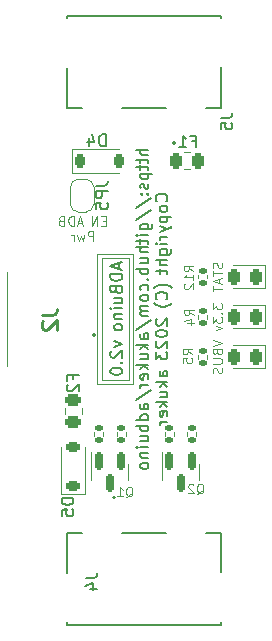
<source format=gbr>
%TF.GenerationSoftware,KiCad,Pcbnew,(7.0.0)*%
%TF.CreationDate,2023-03-17T13:32:38-05:00*%
%TF.ProjectId,adbuino,61646275-696e-46f2-9e6b-696361645f70,rev?*%
%TF.SameCoordinates,Original*%
%TF.FileFunction,Legend,Bot*%
%TF.FilePolarity,Positive*%
%FSLAX46Y46*%
G04 Gerber Fmt 4.6, Leading zero omitted, Abs format (unit mm)*
G04 Created by KiCad (PCBNEW (7.0.0)) date 2023-03-17 13:32:38*
%MOMM*%
%LPD*%
G01*
G04 APERTURE LIST*
G04 Aperture macros list*
%AMRoundRect*
0 Rectangle with rounded corners*
0 $1 Rounding radius*
0 $2 $3 $4 $5 $6 $7 $8 $9 X,Y pos of 4 corners*
0 Add a 4 corners polygon primitive as box body*
4,1,4,$2,$3,$4,$5,$6,$7,$8,$9,$2,$3,0*
0 Add four circle primitives for the rounded corners*
1,1,$1+$1,$2,$3*
1,1,$1+$1,$4,$5*
1,1,$1+$1,$6,$7*
1,1,$1+$1,$8,$9*
0 Add four rect primitives between the rounded corners*
20,1,$1+$1,$2,$3,$4,$5,0*
20,1,$1+$1,$4,$5,$6,$7,0*
20,1,$1+$1,$6,$7,$8,$9,0*
20,1,$1+$1,$8,$9,$2,$3,0*%
%AMFreePoly0*
4,1,19,0.500000,-0.750000,0.000000,-0.750000,0.000000,-0.744911,-0.071157,-0.744911,-0.207708,-0.704816,-0.327430,-0.627875,-0.420627,-0.520320,-0.479746,-0.390866,-0.500000,-0.250000,-0.500000,0.250000,-0.479746,0.390866,-0.420627,0.520320,-0.327430,0.627875,-0.207708,0.704816,-0.071157,0.744911,0.000000,0.744911,0.000000,0.750000,0.500000,0.750000,0.500000,-0.750000,0.500000,-0.750000,
$1*%
%AMFreePoly1*
4,1,19,0.000000,0.744911,0.071157,0.744911,0.207708,0.704816,0.327430,0.627875,0.420627,0.520320,0.479746,0.390866,0.500000,0.250000,0.500000,-0.250000,0.479746,-0.390866,0.420627,-0.520320,0.327430,-0.627875,0.207708,-0.704816,0.071157,-0.744911,0.000000,-0.744911,0.000000,-0.750000,-0.500000,-0.750000,-0.500000,0.750000,0.000000,0.750000,0.000000,0.744911,0.000000,0.744911,
$1*%
G04 Aperture macros list end*
%ADD10C,0.100000*%
%ADD11C,0.120000*%
%ADD12C,0.150000*%
%ADD13C,0.254000*%
%ADD14C,0.200000*%
%ADD15C,0.127000*%
%ADD16R,1.400000X0.400000*%
%ADD17C,2.000000*%
%ADD18C,0.001000*%
%ADD19FreePoly0,90.000000*%
%ADD20FreePoly1,90.000000*%
%ADD21O,1.800000X1.800000*%
%ADD22O,1.500000X1.500000*%
%ADD23O,1.700000X1.700000*%
%ADD24R,1.700000X1.700000*%
%ADD25RoundRect,0.135000X-0.185000X0.135000X-0.185000X-0.135000X0.185000X-0.135000X0.185000X0.135000X0*%
%ADD26RoundRect,0.243750X0.243750X0.456250X-0.243750X0.456250X-0.243750X-0.456250X0.243750X-0.456250X0*%
%ADD27R,0.900000X3.500000*%
%ADD28C,3.316000*%
%ADD29O,1.800000X3.600000*%
%ADD30RoundRect,0.150000X-0.150000X0.587500X-0.150000X-0.587500X0.150000X-0.587500X0.150000X0.587500X0*%
%ADD31RoundRect,0.243750X-0.456250X0.243750X-0.456250X-0.243750X0.456250X-0.243750X0.456250X0.243750X0*%
%ADD32RoundRect,0.225000X-0.225000X-0.375000X0.225000X-0.375000X0.225000X0.375000X-0.225000X0.375000X0*%
%ADD33RoundRect,0.225000X0.375000X-0.225000X0.375000X0.225000X-0.375000X0.225000X-0.375000X-0.225000X0*%
G04 APERTURE END LIST*
D10*
X20473332Y85289143D02*
X20206666Y85289143D01*
X20092380Y84870096D02*
X20473332Y84870096D01*
X20473332Y84870096D02*
X20473332Y85670096D01*
X20473332Y85670096D02*
X20092380Y85670096D01*
X19749522Y84870096D02*
X19749522Y85670096D01*
X19749522Y85670096D02*
X19292379Y84870096D01*
X19292379Y84870096D02*
X19292379Y85670096D01*
X18469523Y85098667D02*
X18088570Y85098667D01*
X18545713Y84870096D02*
X18279046Y85670096D01*
X18279046Y85670096D02*
X18012380Y84870096D01*
X17745713Y84870096D02*
X17745713Y85670096D01*
X17745713Y85670096D02*
X17555237Y85670096D01*
X17555237Y85670096D02*
X17440951Y85632000D01*
X17440951Y85632000D02*
X17364761Y85555810D01*
X17364761Y85555810D02*
X17326666Y85479620D01*
X17326666Y85479620D02*
X17288570Y85327239D01*
X17288570Y85327239D02*
X17288570Y85212953D01*
X17288570Y85212953D02*
X17326666Y85060572D01*
X17326666Y85060572D02*
X17364761Y84984381D01*
X17364761Y84984381D02*
X17440951Y84908191D01*
X17440951Y84908191D02*
X17555237Y84870096D01*
X17555237Y84870096D02*
X17745713Y84870096D01*
X16679047Y85289143D02*
X16564761Y85251048D01*
X16564761Y85251048D02*
X16526666Y85212953D01*
X16526666Y85212953D02*
X16488570Y85136762D01*
X16488570Y85136762D02*
X16488570Y85022477D01*
X16488570Y85022477D02*
X16526666Y84946286D01*
X16526666Y84946286D02*
X16564761Y84908191D01*
X16564761Y84908191D02*
X16640951Y84870096D01*
X16640951Y84870096D02*
X16945713Y84870096D01*
X16945713Y84870096D02*
X16945713Y85670096D01*
X16945713Y85670096D02*
X16679047Y85670096D01*
X16679047Y85670096D02*
X16602856Y85632000D01*
X16602856Y85632000D02*
X16564761Y85593905D01*
X16564761Y85593905D02*
X16526666Y85517715D01*
X16526666Y85517715D02*
X16526666Y85441524D01*
X16526666Y85441524D02*
X16564761Y85365334D01*
X16564761Y85365334D02*
X16602856Y85327239D01*
X16602856Y85327239D02*
X16679047Y85289143D01*
X16679047Y85289143D02*
X16945713Y85289143D01*
X19376189Y83574096D02*
X19376189Y84374096D01*
X19376189Y84374096D02*
X19071427Y84374096D01*
X19071427Y84374096D02*
X18995237Y84336000D01*
X18995237Y84336000D02*
X18957142Y84297905D01*
X18957142Y84297905D02*
X18919046Y84221715D01*
X18919046Y84221715D02*
X18919046Y84107429D01*
X18919046Y84107429D02*
X18957142Y84031239D01*
X18957142Y84031239D02*
X18995237Y83993143D01*
X18995237Y83993143D02*
X19071427Y83955048D01*
X19071427Y83955048D02*
X19376189Y83955048D01*
X18652380Y84107429D02*
X18499999Y83574096D01*
X18499999Y83574096D02*
X18347618Y83955048D01*
X18347618Y83955048D02*
X18195237Y83574096D01*
X18195237Y83574096D02*
X18042856Y84107429D01*
X17738094Y83574096D02*
X17738094Y84107429D01*
X17738094Y83955048D02*
X17699999Y84031239D01*
X17699999Y84031239D02*
X17661904Y84069334D01*
X17661904Y84069334D02*
X17585713Y84107429D01*
X17585713Y84107429D02*
X17509523Y84107429D01*
D11*
X19700000Y82450000D02*
X22800000Y82450000D01*
X22800000Y82450000D02*
X22800000Y71450000D01*
X22800000Y71450000D02*
X19700000Y71450000D01*
X19700000Y71450000D02*
X19700000Y82450000D01*
X20100000Y82100000D02*
X22400000Y82100000D01*
X22400000Y82100000D02*
X22400000Y71800000D01*
X22400000Y71800000D02*
X20100000Y71800000D01*
X20100000Y71800000D02*
X20100000Y82100000D01*
D10*
X29506404Y75219167D02*
X30306404Y74952500D01*
X30306404Y74952500D02*
X29506404Y74685834D01*
X29887357Y74152501D02*
X29925452Y74038215D01*
X29925452Y74038215D02*
X29963547Y74000120D01*
X29963547Y74000120D02*
X30039738Y73962024D01*
X30039738Y73962024D02*
X30154023Y73962024D01*
X30154023Y73962024D02*
X30230214Y74000120D01*
X30230214Y74000120D02*
X30268309Y74038215D01*
X30268309Y74038215D02*
X30306404Y74114405D01*
X30306404Y74114405D02*
X30306404Y74419167D01*
X30306404Y74419167D02*
X29506404Y74419167D01*
X29506404Y74419167D02*
X29506404Y74152501D01*
X29506404Y74152501D02*
X29544500Y74076310D01*
X29544500Y74076310D02*
X29582595Y74038215D01*
X29582595Y74038215D02*
X29658785Y74000120D01*
X29658785Y74000120D02*
X29734976Y74000120D01*
X29734976Y74000120D02*
X29811166Y74038215D01*
X29811166Y74038215D02*
X29849261Y74076310D01*
X29849261Y74076310D02*
X29887357Y74152501D01*
X29887357Y74152501D02*
X29887357Y74419167D01*
X29506404Y73619167D02*
X30154023Y73619167D01*
X30154023Y73619167D02*
X30230214Y73581072D01*
X30230214Y73581072D02*
X30268309Y73542977D01*
X30268309Y73542977D02*
X30306404Y73466786D01*
X30306404Y73466786D02*
X30306404Y73314405D01*
X30306404Y73314405D02*
X30268309Y73238215D01*
X30268309Y73238215D02*
X30230214Y73200120D01*
X30230214Y73200120D02*
X30154023Y73162024D01*
X30154023Y73162024D02*
X29506404Y73162024D01*
X30268309Y72819168D02*
X30306404Y72704882D01*
X30306404Y72704882D02*
X30306404Y72514406D01*
X30306404Y72514406D02*
X30268309Y72438215D01*
X30268309Y72438215D02*
X30230214Y72400120D01*
X30230214Y72400120D02*
X30154023Y72362025D01*
X30154023Y72362025D02*
X30077833Y72362025D01*
X30077833Y72362025D02*
X30001642Y72400120D01*
X30001642Y72400120D02*
X29963547Y72438215D01*
X29963547Y72438215D02*
X29925452Y72514406D01*
X29925452Y72514406D02*
X29887357Y72666787D01*
X29887357Y72666787D02*
X29849261Y72742977D01*
X29849261Y72742977D02*
X29811166Y72781072D01*
X29811166Y72781072D02*
X29734976Y72819168D01*
X29734976Y72819168D02*
X29658785Y72819168D01*
X29658785Y72819168D02*
X29582595Y72781072D01*
X29582595Y72781072D02*
X29544500Y72742977D01*
X29544500Y72742977D02*
X29506404Y72666787D01*
X29506404Y72666787D02*
X29506404Y72476310D01*
X29506404Y72476310D02*
X29544500Y72362025D01*
X30268309Y81730952D02*
X30306404Y81616666D01*
X30306404Y81616666D02*
X30306404Y81426190D01*
X30306404Y81426190D02*
X30268309Y81349999D01*
X30268309Y81349999D02*
X30230214Y81311904D01*
X30230214Y81311904D02*
X30154023Y81273809D01*
X30154023Y81273809D02*
X30077833Y81273809D01*
X30077833Y81273809D02*
X30001642Y81311904D01*
X30001642Y81311904D02*
X29963547Y81349999D01*
X29963547Y81349999D02*
X29925452Y81426190D01*
X29925452Y81426190D02*
X29887357Y81578571D01*
X29887357Y81578571D02*
X29849261Y81654761D01*
X29849261Y81654761D02*
X29811166Y81692856D01*
X29811166Y81692856D02*
X29734976Y81730952D01*
X29734976Y81730952D02*
X29658785Y81730952D01*
X29658785Y81730952D02*
X29582595Y81692856D01*
X29582595Y81692856D02*
X29544500Y81654761D01*
X29544500Y81654761D02*
X29506404Y81578571D01*
X29506404Y81578571D02*
X29506404Y81388094D01*
X29506404Y81388094D02*
X29544500Y81273809D01*
X29506404Y81045237D02*
X29506404Y80588094D01*
X30306404Y80816666D02*
X29506404Y80816666D01*
X30077833Y80359523D02*
X30077833Y79978570D01*
X30306404Y80435713D02*
X29506404Y80169046D01*
X29506404Y80169046D02*
X30306404Y79902380D01*
X29506404Y79749999D02*
X29506404Y79292856D01*
X30306404Y79521428D02*
X29506404Y79521428D01*
D12*
X21558666Y81656762D02*
X21558666Y81180572D01*
X21844380Y81752000D02*
X20844380Y81418667D01*
X20844380Y81418667D02*
X21844380Y81085334D01*
X21844380Y80752000D02*
X20844380Y80752000D01*
X20844380Y80752000D02*
X20844380Y80513905D01*
X20844380Y80513905D02*
X20892000Y80371048D01*
X20892000Y80371048D02*
X20987238Y80275810D01*
X20987238Y80275810D02*
X21082476Y80228191D01*
X21082476Y80228191D02*
X21272952Y80180572D01*
X21272952Y80180572D02*
X21415809Y80180572D01*
X21415809Y80180572D02*
X21606285Y80228191D01*
X21606285Y80228191D02*
X21701523Y80275810D01*
X21701523Y80275810D02*
X21796761Y80371048D01*
X21796761Y80371048D02*
X21844380Y80513905D01*
X21844380Y80513905D02*
X21844380Y80752000D01*
X21320571Y79418667D02*
X21368190Y79275810D01*
X21368190Y79275810D02*
X21415809Y79228191D01*
X21415809Y79228191D02*
X21511047Y79180572D01*
X21511047Y79180572D02*
X21653904Y79180572D01*
X21653904Y79180572D02*
X21749142Y79228191D01*
X21749142Y79228191D02*
X21796761Y79275810D01*
X21796761Y79275810D02*
X21844380Y79371048D01*
X21844380Y79371048D02*
X21844380Y79752000D01*
X21844380Y79752000D02*
X20844380Y79752000D01*
X20844380Y79752000D02*
X20844380Y79418667D01*
X20844380Y79418667D02*
X20892000Y79323429D01*
X20892000Y79323429D02*
X20939619Y79275810D01*
X20939619Y79275810D02*
X21034857Y79228191D01*
X21034857Y79228191D02*
X21130095Y79228191D01*
X21130095Y79228191D02*
X21225333Y79275810D01*
X21225333Y79275810D02*
X21272952Y79323429D01*
X21272952Y79323429D02*
X21320571Y79418667D01*
X21320571Y79418667D02*
X21320571Y79752000D01*
X21177714Y78323429D02*
X21844380Y78323429D01*
X21177714Y78752000D02*
X21701523Y78752000D01*
X21701523Y78752000D02*
X21796761Y78704381D01*
X21796761Y78704381D02*
X21844380Y78609143D01*
X21844380Y78609143D02*
X21844380Y78466286D01*
X21844380Y78466286D02*
X21796761Y78371048D01*
X21796761Y78371048D02*
X21749142Y78323429D01*
X21844380Y77847238D02*
X21177714Y77847238D01*
X20844380Y77847238D02*
X20892000Y77894857D01*
X20892000Y77894857D02*
X20939619Y77847238D01*
X20939619Y77847238D02*
X20892000Y77799619D01*
X20892000Y77799619D02*
X20844380Y77847238D01*
X20844380Y77847238D02*
X20939619Y77847238D01*
X21177714Y77371048D02*
X21844380Y77371048D01*
X21272952Y77371048D02*
X21225333Y77323429D01*
X21225333Y77323429D02*
X21177714Y77228191D01*
X21177714Y77228191D02*
X21177714Y77085334D01*
X21177714Y77085334D02*
X21225333Y76990096D01*
X21225333Y76990096D02*
X21320571Y76942477D01*
X21320571Y76942477D02*
X21844380Y76942477D01*
X21844380Y76323429D02*
X21796761Y76418667D01*
X21796761Y76418667D02*
X21749142Y76466286D01*
X21749142Y76466286D02*
X21653904Y76513905D01*
X21653904Y76513905D02*
X21368190Y76513905D01*
X21368190Y76513905D02*
X21272952Y76466286D01*
X21272952Y76466286D02*
X21225333Y76418667D01*
X21225333Y76418667D02*
X21177714Y76323429D01*
X21177714Y76323429D02*
X21177714Y76180572D01*
X21177714Y76180572D02*
X21225333Y76085334D01*
X21225333Y76085334D02*
X21272952Y76037715D01*
X21272952Y76037715D02*
X21368190Y75990096D01*
X21368190Y75990096D02*
X21653904Y75990096D01*
X21653904Y75990096D02*
X21749142Y76037715D01*
X21749142Y76037715D02*
X21796761Y76085334D01*
X21796761Y76085334D02*
X21844380Y76180572D01*
X21844380Y76180572D02*
X21844380Y76323429D01*
X21177714Y75056762D02*
X21844380Y74818667D01*
X21844380Y74818667D02*
X21177714Y74580572D01*
X20939619Y74247238D02*
X20892000Y74199619D01*
X20892000Y74199619D02*
X20844380Y74104381D01*
X20844380Y74104381D02*
X20844380Y73866286D01*
X20844380Y73866286D02*
X20892000Y73771048D01*
X20892000Y73771048D02*
X20939619Y73723429D01*
X20939619Y73723429D02*
X21034857Y73675810D01*
X21034857Y73675810D02*
X21130095Y73675810D01*
X21130095Y73675810D02*
X21272952Y73723429D01*
X21272952Y73723429D02*
X21844380Y74294857D01*
X21844380Y74294857D02*
X21844380Y73675810D01*
X21749142Y73247238D02*
X21796761Y73199619D01*
X21796761Y73199619D02*
X21844380Y73247238D01*
X21844380Y73247238D02*
X21796761Y73294857D01*
X21796761Y73294857D02*
X21749142Y73247238D01*
X21749142Y73247238D02*
X21844380Y73247238D01*
X20844380Y72580572D02*
X20844380Y72485334D01*
X20844380Y72485334D02*
X20892000Y72390096D01*
X20892000Y72390096D02*
X20939619Y72342477D01*
X20939619Y72342477D02*
X21034857Y72294858D01*
X21034857Y72294858D02*
X21225333Y72247239D01*
X21225333Y72247239D02*
X21463428Y72247239D01*
X21463428Y72247239D02*
X21653904Y72294858D01*
X21653904Y72294858D02*
X21749142Y72342477D01*
X21749142Y72342477D02*
X21796761Y72390096D01*
X21796761Y72390096D02*
X21844380Y72485334D01*
X21844380Y72485334D02*
X21844380Y72580572D01*
X21844380Y72580572D02*
X21796761Y72675810D01*
X21796761Y72675810D02*
X21749142Y72723429D01*
X21749142Y72723429D02*
X21653904Y72771048D01*
X21653904Y72771048D02*
X21463428Y72818667D01*
X21463428Y72818667D02*
X21225333Y72818667D01*
X21225333Y72818667D02*
X21034857Y72771048D01*
X21034857Y72771048D02*
X20939619Y72723429D01*
X20939619Y72723429D02*
X20892000Y72675810D01*
X20892000Y72675810D02*
X20844380Y72580572D01*
D10*
X29506404Y78294108D02*
X29506404Y77798870D01*
X29506404Y77798870D02*
X29811166Y78065536D01*
X29811166Y78065536D02*
X29811166Y77951251D01*
X29811166Y77951251D02*
X29849261Y77875060D01*
X29849261Y77875060D02*
X29887357Y77836965D01*
X29887357Y77836965D02*
X29963547Y77798870D01*
X29963547Y77798870D02*
X30154023Y77798870D01*
X30154023Y77798870D02*
X30230214Y77836965D01*
X30230214Y77836965D02*
X30268309Y77875060D01*
X30268309Y77875060D02*
X30306404Y77951251D01*
X30306404Y77951251D02*
X30306404Y78179822D01*
X30306404Y78179822D02*
X30268309Y78256013D01*
X30268309Y78256013D02*
X30230214Y78294108D01*
X30230214Y77456012D02*
X30268309Y77417917D01*
X30268309Y77417917D02*
X30306404Y77456012D01*
X30306404Y77456012D02*
X30268309Y77494108D01*
X30268309Y77494108D02*
X30230214Y77456012D01*
X30230214Y77456012D02*
X30306404Y77456012D01*
X29506404Y77151251D02*
X29506404Y76656013D01*
X29506404Y76656013D02*
X29811166Y76922679D01*
X29811166Y76922679D02*
X29811166Y76808394D01*
X29811166Y76808394D02*
X29849261Y76732203D01*
X29849261Y76732203D02*
X29887357Y76694108D01*
X29887357Y76694108D02*
X29963547Y76656013D01*
X29963547Y76656013D02*
X30154023Y76656013D01*
X30154023Y76656013D02*
X30230214Y76694108D01*
X30230214Y76694108D02*
X30268309Y76732203D01*
X30268309Y76732203D02*
X30306404Y76808394D01*
X30306404Y76808394D02*
X30306404Y77036965D01*
X30306404Y77036965D02*
X30268309Y77113156D01*
X30268309Y77113156D02*
X30230214Y77151251D01*
X29773071Y76389346D02*
X30306404Y76198870D01*
X30306404Y76198870D02*
X29773071Y76008393D01*
D12*
X24057380Y91300001D02*
X23057380Y91300001D01*
X24057380Y90871430D02*
X23533571Y90871430D01*
X23533571Y90871430D02*
X23438333Y90919049D01*
X23438333Y90919049D02*
X23390714Y91014287D01*
X23390714Y91014287D02*
X23390714Y91157144D01*
X23390714Y91157144D02*
X23438333Y91252382D01*
X23438333Y91252382D02*
X23485952Y91300001D01*
X23390714Y90538096D02*
X23390714Y90157144D01*
X23057380Y90395239D02*
X23914523Y90395239D01*
X23914523Y90395239D02*
X24009761Y90347620D01*
X24009761Y90347620D02*
X24057380Y90252382D01*
X24057380Y90252382D02*
X24057380Y90157144D01*
X23390714Y89966667D02*
X23390714Y89585715D01*
X23057380Y89823810D02*
X23914523Y89823810D01*
X23914523Y89823810D02*
X24009761Y89776191D01*
X24009761Y89776191D02*
X24057380Y89680953D01*
X24057380Y89680953D02*
X24057380Y89585715D01*
X23390714Y89252381D02*
X24390714Y89252381D01*
X23438333Y89252381D02*
X23390714Y89157143D01*
X23390714Y89157143D02*
X23390714Y88966667D01*
X23390714Y88966667D02*
X23438333Y88871429D01*
X23438333Y88871429D02*
X23485952Y88823810D01*
X23485952Y88823810D02*
X23581190Y88776191D01*
X23581190Y88776191D02*
X23866904Y88776191D01*
X23866904Y88776191D02*
X23962142Y88823810D01*
X23962142Y88823810D02*
X24009761Y88871429D01*
X24009761Y88871429D02*
X24057380Y88966667D01*
X24057380Y88966667D02*
X24057380Y89157143D01*
X24057380Y89157143D02*
X24009761Y89252381D01*
X24009761Y88395238D02*
X24057380Y88300000D01*
X24057380Y88300000D02*
X24057380Y88109524D01*
X24057380Y88109524D02*
X24009761Y88014286D01*
X24009761Y88014286D02*
X23914523Y87966667D01*
X23914523Y87966667D02*
X23866904Y87966667D01*
X23866904Y87966667D02*
X23771666Y88014286D01*
X23771666Y88014286D02*
X23724047Y88109524D01*
X23724047Y88109524D02*
X23724047Y88252381D01*
X23724047Y88252381D02*
X23676428Y88347619D01*
X23676428Y88347619D02*
X23581190Y88395238D01*
X23581190Y88395238D02*
X23533571Y88395238D01*
X23533571Y88395238D02*
X23438333Y88347619D01*
X23438333Y88347619D02*
X23390714Y88252381D01*
X23390714Y88252381D02*
X23390714Y88109524D01*
X23390714Y88109524D02*
X23438333Y88014286D01*
X23962142Y87538095D02*
X24009761Y87490476D01*
X24009761Y87490476D02*
X24057380Y87538095D01*
X24057380Y87538095D02*
X24009761Y87585714D01*
X24009761Y87585714D02*
X23962142Y87538095D01*
X23962142Y87538095D02*
X24057380Y87538095D01*
X23438333Y87538095D02*
X23485952Y87490476D01*
X23485952Y87490476D02*
X23533571Y87538095D01*
X23533571Y87538095D02*
X23485952Y87585714D01*
X23485952Y87585714D02*
X23438333Y87538095D01*
X23438333Y87538095D02*
X23533571Y87538095D01*
X23009761Y86347620D02*
X24295476Y87204762D01*
X23009761Y85300001D02*
X24295476Y86157143D01*
X23390714Y84538096D02*
X24200238Y84538096D01*
X24200238Y84538096D02*
X24295476Y84585715D01*
X24295476Y84585715D02*
X24343095Y84633334D01*
X24343095Y84633334D02*
X24390714Y84728572D01*
X24390714Y84728572D02*
X24390714Y84871429D01*
X24390714Y84871429D02*
X24343095Y84966667D01*
X24009761Y84538096D02*
X24057380Y84633334D01*
X24057380Y84633334D02*
X24057380Y84823810D01*
X24057380Y84823810D02*
X24009761Y84919048D01*
X24009761Y84919048D02*
X23962142Y84966667D01*
X23962142Y84966667D02*
X23866904Y85014286D01*
X23866904Y85014286D02*
X23581190Y85014286D01*
X23581190Y85014286D02*
X23485952Y84966667D01*
X23485952Y84966667D02*
X23438333Y84919048D01*
X23438333Y84919048D02*
X23390714Y84823810D01*
X23390714Y84823810D02*
X23390714Y84633334D01*
X23390714Y84633334D02*
X23438333Y84538096D01*
X24057380Y84061905D02*
X23390714Y84061905D01*
X23057380Y84061905D02*
X23105000Y84109524D01*
X23105000Y84109524D02*
X23152619Y84061905D01*
X23152619Y84061905D02*
X23105000Y84014286D01*
X23105000Y84014286D02*
X23057380Y84061905D01*
X23057380Y84061905D02*
X23152619Y84061905D01*
X23390714Y83728572D02*
X23390714Y83347620D01*
X23057380Y83585715D02*
X23914523Y83585715D01*
X23914523Y83585715D02*
X24009761Y83538096D01*
X24009761Y83538096D02*
X24057380Y83442858D01*
X24057380Y83442858D02*
X24057380Y83347620D01*
X24057380Y83014286D02*
X23057380Y83014286D01*
X24057380Y82585715D02*
X23533571Y82585715D01*
X23533571Y82585715D02*
X23438333Y82633334D01*
X23438333Y82633334D02*
X23390714Y82728572D01*
X23390714Y82728572D02*
X23390714Y82871429D01*
X23390714Y82871429D02*
X23438333Y82966667D01*
X23438333Y82966667D02*
X23485952Y83014286D01*
X23390714Y81680953D02*
X24057380Y81680953D01*
X23390714Y82109524D02*
X23914523Y82109524D01*
X23914523Y82109524D02*
X24009761Y82061905D01*
X24009761Y82061905D02*
X24057380Y81966667D01*
X24057380Y81966667D02*
X24057380Y81823810D01*
X24057380Y81823810D02*
X24009761Y81728572D01*
X24009761Y81728572D02*
X23962142Y81680953D01*
X24057380Y81204762D02*
X23057380Y81204762D01*
X23438333Y81204762D02*
X23390714Y81109524D01*
X23390714Y81109524D02*
X23390714Y80919048D01*
X23390714Y80919048D02*
X23438333Y80823810D01*
X23438333Y80823810D02*
X23485952Y80776191D01*
X23485952Y80776191D02*
X23581190Y80728572D01*
X23581190Y80728572D02*
X23866904Y80728572D01*
X23866904Y80728572D02*
X23962142Y80776191D01*
X23962142Y80776191D02*
X24009761Y80823810D01*
X24009761Y80823810D02*
X24057380Y80919048D01*
X24057380Y80919048D02*
X24057380Y81109524D01*
X24057380Y81109524D02*
X24009761Y81204762D01*
X23962142Y80300000D02*
X24009761Y80252381D01*
X24009761Y80252381D02*
X24057380Y80300000D01*
X24057380Y80300000D02*
X24009761Y80347619D01*
X24009761Y80347619D02*
X23962142Y80300000D01*
X23962142Y80300000D02*
X24057380Y80300000D01*
X24009761Y79395239D02*
X24057380Y79490477D01*
X24057380Y79490477D02*
X24057380Y79680953D01*
X24057380Y79680953D02*
X24009761Y79776191D01*
X24009761Y79776191D02*
X23962142Y79823810D01*
X23962142Y79823810D02*
X23866904Y79871429D01*
X23866904Y79871429D02*
X23581190Y79871429D01*
X23581190Y79871429D02*
X23485952Y79823810D01*
X23485952Y79823810D02*
X23438333Y79776191D01*
X23438333Y79776191D02*
X23390714Y79680953D01*
X23390714Y79680953D02*
X23390714Y79490477D01*
X23390714Y79490477D02*
X23438333Y79395239D01*
X24057380Y78823810D02*
X24009761Y78919048D01*
X24009761Y78919048D02*
X23962142Y78966667D01*
X23962142Y78966667D02*
X23866904Y79014286D01*
X23866904Y79014286D02*
X23581190Y79014286D01*
X23581190Y79014286D02*
X23485952Y78966667D01*
X23485952Y78966667D02*
X23438333Y78919048D01*
X23438333Y78919048D02*
X23390714Y78823810D01*
X23390714Y78823810D02*
X23390714Y78680953D01*
X23390714Y78680953D02*
X23438333Y78585715D01*
X23438333Y78585715D02*
X23485952Y78538096D01*
X23485952Y78538096D02*
X23581190Y78490477D01*
X23581190Y78490477D02*
X23866904Y78490477D01*
X23866904Y78490477D02*
X23962142Y78538096D01*
X23962142Y78538096D02*
X24009761Y78585715D01*
X24009761Y78585715D02*
X24057380Y78680953D01*
X24057380Y78680953D02*
X24057380Y78823810D01*
X24057380Y78061905D02*
X23390714Y78061905D01*
X23485952Y78061905D02*
X23438333Y78014286D01*
X23438333Y78014286D02*
X23390714Y77919048D01*
X23390714Y77919048D02*
X23390714Y77776191D01*
X23390714Y77776191D02*
X23438333Y77680953D01*
X23438333Y77680953D02*
X23533571Y77633334D01*
X23533571Y77633334D02*
X24057380Y77633334D01*
X23533571Y77633334D02*
X23438333Y77585715D01*
X23438333Y77585715D02*
X23390714Y77490477D01*
X23390714Y77490477D02*
X23390714Y77347620D01*
X23390714Y77347620D02*
X23438333Y77252381D01*
X23438333Y77252381D02*
X23533571Y77204762D01*
X23533571Y77204762D02*
X24057380Y77204762D01*
X23009761Y76014287D02*
X24295476Y76871429D01*
X24057380Y75252382D02*
X23533571Y75252382D01*
X23533571Y75252382D02*
X23438333Y75300001D01*
X23438333Y75300001D02*
X23390714Y75395239D01*
X23390714Y75395239D02*
X23390714Y75585715D01*
X23390714Y75585715D02*
X23438333Y75680953D01*
X24009761Y75252382D02*
X24057380Y75347620D01*
X24057380Y75347620D02*
X24057380Y75585715D01*
X24057380Y75585715D02*
X24009761Y75680953D01*
X24009761Y75680953D02*
X23914523Y75728572D01*
X23914523Y75728572D02*
X23819285Y75728572D01*
X23819285Y75728572D02*
X23724047Y75680953D01*
X23724047Y75680953D02*
X23676428Y75585715D01*
X23676428Y75585715D02*
X23676428Y75347620D01*
X23676428Y75347620D02*
X23628809Y75252382D01*
X24057380Y74776191D02*
X23057380Y74776191D01*
X23676428Y74680953D02*
X24057380Y74395239D01*
X23390714Y74395239D02*
X23771666Y74776191D01*
X23390714Y73538096D02*
X24057380Y73538096D01*
X23390714Y73966667D02*
X23914523Y73966667D01*
X23914523Y73966667D02*
X24009761Y73919048D01*
X24009761Y73919048D02*
X24057380Y73823810D01*
X24057380Y73823810D02*
X24057380Y73680953D01*
X24057380Y73680953D02*
X24009761Y73585715D01*
X24009761Y73585715D02*
X23962142Y73538096D01*
X24057380Y73061905D02*
X23057380Y73061905D01*
X23676428Y72966667D02*
X24057380Y72680953D01*
X23390714Y72680953D02*
X23771666Y73061905D01*
X24009761Y71871429D02*
X24057380Y71966667D01*
X24057380Y71966667D02*
X24057380Y72157143D01*
X24057380Y72157143D02*
X24009761Y72252381D01*
X24009761Y72252381D02*
X23914523Y72300000D01*
X23914523Y72300000D02*
X23533571Y72300000D01*
X23533571Y72300000D02*
X23438333Y72252381D01*
X23438333Y72252381D02*
X23390714Y72157143D01*
X23390714Y72157143D02*
X23390714Y71966667D01*
X23390714Y71966667D02*
X23438333Y71871429D01*
X23438333Y71871429D02*
X23533571Y71823810D01*
X23533571Y71823810D02*
X23628809Y71823810D01*
X23628809Y71823810D02*
X23724047Y72300000D01*
X24057380Y71395238D02*
X23390714Y71395238D01*
X23581190Y71395238D02*
X23485952Y71347619D01*
X23485952Y71347619D02*
X23438333Y71300000D01*
X23438333Y71300000D02*
X23390714Y71204762D01*
X23390714Y71204762D02*
X23390714Y71109524D01*
X23009761Y70061905D02*
X24295476Y70919047D01*
X24057380Y69300000D02*
X23533571Y69300000D01*
X23533571Y69300000D02*
X23438333Y69347619D01*
X23438333Y69347619D02*
X23390714Y69442857D01*
X23390714Y69442857D02*
X23390714Y69633333D01*
X23390714Y69633333D02*
X23438333Y69728571D01*
X24009761Y69300000D02*
X24057380Y69395238D01*
X24057380Y69395238D02*
X24057380Y69633333D01*
X24057380Y69633333D02*
X24009761Y69728571D01*
X24009761Y69728571D02*
X23914523Y69776190D01*
X23914523Y69776190D02*
X23819285Y69776190D01*
X23819285Y69776190D02*
X23724047Y69728571D01*
X23724047Y69728571D02*
X23676428Y69633333D01*
X23676428Y69633333D02*
X23676428Y69395238D01*
X23676428Y69395238D02*
X23628809Y69300000D01*
X24057380Y68395238D02*
X23057380Y68395238D01*
X24009761Y68395238D02*
X24057380Y68490476D01*
X24057380Y68490476D02*
X24057380Y68680952D01*
X24057380Y68680952D02*
X24009761Y68776190D01*
X24009761Y68776190D02*
X23962142Y68823809D01*
X23962142Y68823809D02*
X23866904Y68871428D01*
X23866904Y68871428D02*
X23581190Y68871428D01*
X23581190Y68871428D02*
X23485952Y68823809D01*
X23485952Y68823809D02*
X23438333Y68776190D01*
X23438333Y68776190D02*
X23390714Y68680952D01*
X23390714Y68680952D02*
X23390714Y68490476D01*
X23390714Y68490476D02*
X23438333Y68395238D01*
X24057380Y67919047D02*
X23057380Y67919047D01*
X23438333Y67919047D02*
X23390714Y67823809D01*
X23390714Y67823809D02*
X23390714Y67633333D01*
X23390714Y67633333D02*
X23438333Y67538095D01*
X23438333Y67538095D02*
X23485952Y67490476D01*
X23485952Y67490476D02*
X23581190Y67442857D01*
X23581190Y67442857D02*
X23866904Y67442857D01*
X23866904Y67442857D02*
X23962142Y67490476D01*
X23962142Y67490476D02*
X24009761Y67538095D01*
X24009761Y67538095D02*
X24057380Y67633333D01*
X24057380Y67633333D02*
X24057380Y67823809D01*
X24057380Y67823809D02*
X24009761Y67919047D01*
X23390714Y66585714D02*
X24057380Y66585714D01*
X23390714Y67014285D02*
X23914523Y67014285D01*
X23914523Y67014285D02*
X24009761Y66966666D01*
X24009761Y66966666D02*
X24057380Y66871428D01*
X24057380Y66871428D02*
X24057380Y66728571D01*
X24057380Y66728571D02*
X24009761Y66633333D01*
X24009761Y66633333D02*
X23962142Y66585714D01*
X24057380Y66109523D02*
X23390714Y66109523D01*
X23057380Y66109523D02*
X23105000Y66157142D01*
X23105000Y66157142D02*
X23152619Y66109523D01*
X23152619Y66109523D02*
X23105000Y66061904D01*
X23105000Y66061904D02*
X23057380Y66109523D01*
X23057380Y66109523D02*
X23152619Y66109523D01*
X23390714Y65633333D02*
X24057380Y65633333D01*
X23485952Y65633333D02*
X23438333Y65585714D01*
X23438333Y65585714D02*
X23390714Y65490476D01*
X23390714Y65490476D02*
X23390714Y65347619D01*
X23390714Y65347619D02*
X23438333Y65252381D01*
X23438333Y65252381D02*
X23533571Y65204762D01*
X23533571Y65204762D02*
X24057380Y65204762D01*
X24057380Y64585714D02*
X24009761Y64680952D01*
X24009761Y64680952D02*
X23962142Y64728571D01*
X23962142Y64728571D02*
X23866904Y64776190D01*
X23866904Y64776190D02*
X23581190Y64776190D01*
X23581190Y64776190D02*
X23485952Y64728571D01*
X23485952Y64728571D02*
X23438333Y64680952D01*
X23438333Y64680952D02*
X23390714Y64585714D01*
X23390714Y64585714D02*
X23390714Y64442857D01*
X23390714Y64442857D02*
X23438333Y64347619D01*
X23438333Y64347619D02*
X23485952Y64300000D01*
X23485952Y64300000D02*
X23581190Y64252381D01*
X23581190Y64252381D02*
X23866904Y64252381D01*
X23866904Y64252381D02*
X23962142Y64300000D01*
X23962142Y64300000D02*
X24009761Y64347619D01*
X24009761Y64347619D02*
X24057380Y64442857D01*
X24057380Y64442857D02*
X24057380Y64585714D01*
X25582142Y86938097D02*
X25629761Y86985716D01*
X25629761Y86985716D02*
X25677380Y87128573D01*
X25677380Y87128573D02*
X25677380Y87223811D01*
X25677380Y87223811D02*
X25629761Y87366668D01*
X25629761Y87366668D02*
X25534523Y87461906D01*
X25534523Y87461906D02*
X25439285Y87509525D01*
X25439285Y87509525D02*
X25248809Y87557144D01*
X25248809Y87557144D02*
X25105952Y87557144D01*
X25105952Y87557144D02*
X24915476Y87509525D01*
X24915476Y87509525D02*
X24820238Y87461906D01*
X24820238Y87461906D02*
X24725000Y87366668D01*
X24725000Y87366668D02*
X24677380Y87223811D01*
X24677380Y87223811D02*
X24677380Y87128573D01*
X24677380Y87128573D02*
X24725000Y86985716D01*
X24725000Y86985716D02*
X24772619Y86938097D01*
X25677380Y86366668D02*
X25629761Y86461906D01*
X25629761Y86461906D02*
X25582142Y86509525D01*
X25582142Y86509525D02*
X25486904Y86557144D01*
X25486904Y86557144D02*
X25201190Y86557144D01*
X25201190Y86557144D02*
X25105952Y86509525D01*
X25105952Y86509525D02*
X25058333Y86461906D01*
X25058333Y86461906D02*
X25010714Y86366668D01*
X25010714Y86366668D02*
X25010714Y86223811D01*
X25010714Y86223811D02*
X25058333Y86128573D01*
X25058333Y86128573D02*
X25105952Y86080954D01*
X25105952Y86080954D02*
X25201190Y86033335D01*
X25201190Y86033335D02*
X25486904Y86033335D01*
X25486904Y86033335D02*
X25582142Y86080954D01*
X25582142Y86080954D02*
X25629761Y86128573D01*
X25629761Y86128573D02*
X25677380Y86223811D01*
X25677380Y86223811D02*
X25677380Y86366668D01*
X25010714Y85604763D02*
X26010714Y85604763D01*
X25058333Y85604763D02*
X25010714Y85509525D01*
X25010714Y85509525D02*
X25010714Y85319049D01*
X25010714Y85319049D02*
X25058333Y85223811D01*
X25058333Y85223811D02*
X25105952Y85176192D01*
X25105952Y85176192D02*
X25201190Y85128573D01*
X25201190Y85128573D02*
X25486904Y85128573D01*
X25486904Y85128573D02*
X25582142Y85176192D01*
X25582142Y85176192D02*
X25629761Y85223811D01*
X25629761Y85223811D02*
X25677380Y85319049D01*
X25677380Y85319049D02*
X25677380Y85509525D01*
X25677380Y85509525D02*
X25629761Y85604763D01*
X25010714Y84795239D02*
X25677380Y84557144D01*
X25010714Y84319049D02*
X25677380Y84557144D01*
X25677380Y84557144D02*
X25915476Y84652382D01*
X25915476Y84652382D02*
X25963095Y84700001D01*
X25963095Y84700001D02*
X26010714Y84795239D01*
X25677380Y83938096D02*
X25010714Y83938096D01*
X25201190Y83938096D02*
X25105952Y83890477D01*
X25105952Y83890477D02*
X25058333Y83842858D01*
X25058333Y83842858D02*
X25010714Y83747620D01*
X25010714Y83747620D02*
X25010714Y83652382D01*
X25677380Y83319048D02*
X25010714Y83319048D01*
X24677380Y83319048D02*
X24725000Y83366667D01*
X24725000Y83366667D02*
X24772619Y83319048D01*
X24772619Y83319048D02*
X24725000Y83271429D01*
X24725000Y83271429D02*
X24677380Y83319048D01*
X24677380Y83319048D02*
X24772619Y83319048D01*
X25010714Y82414287D02*
X25820238Y82414287D01*
X25820238Y82414287D02*
X25915476Y82461906D01*
X25915476Y82461906D02*
X25963095Y82509525D01*
X25963095Y82509525D02*
X26010714Y82604763D01*
X26010714Y82604763D02*
X26010714Y82747620D01*
X26010714Y82747620D02*
X25963095Y82842858D01*
X25629761Y82414287D02*
X25677380Y82509525D01*
X25677380Y82509525D02*
X25677380Y82700001D01*
X25677380Y82700001D02*
X25629761Y82795239D01*
X25629761Y82795239D02*
X25582142Y82842858D01*
X25582142Y82842858D02*
X25486904Y82890477D01*
X25486904Y82890477D02*
X25201190Y82890477D01*
X25201190Y82890477D02*
X25105952Y82842858D01*
X25105952Y82842858D02*
X25058333Y82795239D01*
X25058333Y82795239D02*
X25010714Y82700001D01*
X25010714Y82700001D02*
X25010714Y82509525D01*
X25010714Y82509525D02*
X25058333Y82414287D01*
X25677380Y81938096D02*
X24677380Y81938096D01*
X25677380Y81509525D02*
X25153571Y81509525D01*
X25153571Y81509525D02*
X25058333Y81557144D01*
X25058333Y81557144D02*
X25010714Y81652382D01*
X25010714Y81652382D02*
X25010714Y81795239D01*
X25010714Y81795239D02*
X25058333Y81890477D01*
X25058333Y81890477D02*
X25105952Y81938096D01*
X25010714Y81176191D02*
X25010714Y80795239D01*
X24677380Y81033334D02*
X25534523Y81033334D01*
X25534523Y81033334D02*
X25629761Y80985715D01*
X25629761Y80985715D02*
X25677380Y80890477D01*
X25677380Y80890477D02*
X25677380Y80795239D01*
X26058333Y79576191D02*
X26010714Y79623810D01*
X26010714Y79623810D02*
X25867857Y79719048D01*
X25867857Y79719048D02*
X25772619Y79766667D01*
X25772619Y79766667D02*
X25629761Y79814286D01*
X25629761Y79814286D02*
X25391666Y79861905D01*
X25391666Y79861905D02*
X25201190Y79861905D01*
X25201190Y79861905D02*
X24963095Y79814286D01*
X24963095Y79814286D02*
X24820238Y79766667D01*
X24820238Y79766667D02*
X24725000Y79719048D01*
X24725000Y79719048D02*
X24582142Y79623810D01*
X24582142Y79623810D02*
X24534523Y79576191D01*
X25582142Y78623810D02*
X25629761Y78671429D01*
X25629761Y78671429D02*
X25677380Y78814286D01*
X25677380Y78814286D02*
X25677380Y78909524D01*
X25677380Y78909524D02*
X25629761Y79052381D01*
X25629761Y79052381D02*
X25534523Y79147619D01*
X25534523Y79147619D02*
X25439285Y79195238D01*
X25439285Y79195238D02*
X25248809Y79242857D01*
X25248809Y79242857D02*
X25105952Y79242857D01*
X25105952Y79242857D02*
X24915476Y79195238D01*
X24915476Y79195238D02*
X24820238Y79147619D01*
X24820238Y79147619D02*
X24725000Y79052381D01*
X24725000Y79052381D02*
X24677380Y78909524D01*
X24677380Y78909524D02*
X24677380Y78814286D01*
X24677380Y78814286D02*
X24725000Y78671429D01*
X24725000Y78671429D02*
X24772619Y78623810D01*
X26058333Y78290476D02*
X26010714Y78242857D01*
X26010714Y78242857D02*
X25867857Y78147619D01*
X25867857Y78147619D02*
X25772619Y78100000D01*
X25772619Y78100000D02*
X25629761Y78052381D01*
X25629761Y78052381D02*
X25391666Y78004762D01*
X25391666Y78004762D02*
X25201190Y78004762D01*
X25201190Y78004762D02*
X24963095Y78052381D01*
X24963095Y78052381D02*
X24820238Y78100000D01*
X24820238Y78100000D02*
X24725000Y78147619D01*
X24725000Y78147619D02*
X24582142Y78242857D01*
X24582142Y78242857D02*
X24534523Y78290476D01*
X24772619Y76976190D02*
X24725000Y76928571D01*
X24725000Y76928571D02*
X24677380Y76833333D01*
X24677380Y76833333D02*
X24677380Y76595238D01*
X24677380Y76595238D02*
X24725000Y76500000D01*
X24725000Y76500000D02*
X24772619Y76452381D01*
X24772619Y76452381D02*
X24867857Y76404762D01*
X24867857Y76404762D02*
X24963095Y76404762D01*
X24963095Y76404762D02*
X25105952Y76452381D01*
X25105952Y76452381D02*
X25677380Y77023809D01*
X25677380Y77023809D02*
X25677380Y76404762D01*
X24677380Y75785714D02*
X24677380Y75690476D01*
X24677380Y75690476D02*
X24725000Y75595238D01*
X24725000Y75595238D02*
X24772619Y75547619D01*
X24772619Y75547619D02*
X24867857Y75500000D01*
X24867857Y75500000D02*
X25058333Y75452381D01*
X25058333Y75452381D02*
X25296428Y75452381D01*
X25296428Y75452381D02*
X25486904Y75500000D01*
X25486904Y75500000D02*
X25582142Y75547619D01*
X25582142Y75547619D02*
X25629761Y75595238D01*
X25629761Y75595238D02*
X25677380Y75690476D01*
X25677380Y75690476D02*
X25677380Y75785714D01*
X25677380Y75785714D02*
X25629761Y75880952D01*
X25629761Y75880952D02*
X25582142Y75928571D01*
X25582142Y75928571D02*
X25486904Y75976190D01*
X25486904Y75976190D02*
X25296428Y76023809D01*
X25296428Y76023809D02*
X25058333Y76023809D01*
X25058333Y76023809D02*
X24867857Y75976190D01*
X24867857Y75976190D02*
X24772619Y75928571D01*
X24772619Y75928571D02*
X24725000Y75880952D01*
X24725000Y75880952D02*
X24677380Y75785714D01*
X24772619Y75071428D02*
X24725000Y75023809D01*
X24725000Y75023809D02*
X24677380Y74928571D01*
X24677380Y74928571D02*
X24677380Y74690476D01*
X24677380Y74690476D02*
X24725000Y74595238D01*
X24725000Y74595238D02*
X24772619Y74547619D01*
X24772619Y74547619D02*
X24867857Y74500000D01*
X24867857Y74500000D02*
X24963095Y74500000D01*
X24963095Y74500000D02*
X25105952Y74547619D01*
X25105952Y74547619D02*
X25677380Y75119047D01*
X25677380Y75119047D02*
X25677380Y74500000D01*
X24677380Y74166666D02*
X24677380Y73547619D01*
X24677380Y73547619D02*
X25058333Y73880952D01*
X25058333Y73880952D02*
X25058333Y73738095D01*
X25058333Y73738095D02*
X25105952Y73642857D01*
X25105952Y73642857D02*
X25153571Y73595238D01*
X25153571Y73595238D02*
X25248809Y73547619D01*
X25248809Y73547619D02*
X25486904Y73547619D01*
X25486904Y73547619D02*
X25582142Y73595238D01*
X25582142Y73595238D02*
X25629761Y73642857D01*
X25629761Y73642857D02*
X25677380Y73738095D01*
X25677380Y73738095D02*
X25677380Y74023809D01*
X25677380Y74023809D02*
X25629761Y74119047D01*
X25629761Y74119047D02*
X25582142Y74166666D01*
X25677380Y72090476D02*
X25153571Y72090476D01*
X25153571Y72090476D02*
X25058333Y72138095D01*
X25058333Y72138095D02*
X25010714Y72233333D01*
X25010714Y72233333D02*
X25010714Y72423809D01*
X25010714Y72423809D02*
X25058333Y72519047D01*
X25629761Y72090476D02*
X25677380Y72185714D01*
X25677380Y72185714D02*
X25677380Y72423809D01*
X25677380Y72423809D02*
X25629761Y72519047D01*
X25629761Y72519047D02*
X25534523Y72566666D01*
X25534523Y72566666D02*
X25439285Y72566666D01*
X25439285Y72566666D02*
X25344047Y72519047D01*
X25344047Y72519047D02*
X25296428Y72423809D01*
X25296428Y72423809D02*
X25296428Y72185714D01*
X25296428Y72185714D02*
X25248809Y72090476D01*
X25677380Y71614285D02*
X24677380Y71614285D01*
X25296428Y71519047D02*
X25677380Y71233333D01*
X25010714Y71233333D02*
X25391666Y71614285D01*
X25010714Y70376190D02*
X25677380Y70376190D01*
X25010714Y70804761D02*
X25534523Y70804761D01*
X25534523Y70804761D02*
X25629761Y70757142D01*
X25629761Y70757142D02*
X25677380Y70661904D01*
X25677380Y70661904D02*
X25677380Y70519047D01*
X25677380Y70519047D02*
X25629761Y70423809D01*
X25629761Y70423809D02*
X25582142Y70376190D01*
X25677380Y69899999D02*
X24677380Y69899999D01*
X25296428Y69804761D02*
X25677380Y69519047D01*
X25010714Y69519047D02*
X25391666Y69899999D01*
X25629761Y68709523D02*
X25677380Y68804761D01*
X25677380Y68804761D02*
X25677380Y68995237D01*
X25677380Y68995237D02*
X25629761Y69090475D01*
X25629761Y69090475D02*
X25534523Y69138094D01*
X25534523Y69138094D02*
X25153571Y69138094D01*
X25153571Y69138094D02*
X25058333Y69090475D01*
X25058333Y69090475D02*
X25010714Y68995237D01*
X25010714Y68995237D02*
X25010714Y68804761D01*
X25010714Y68804761D02*
X25058333Y68709523D01*
X25058333Y68709523D02*
X25153571Y68661904D01*
X25153571Y68661904D02*
X25248809Y68661904D01*
X25248809Y68661904D02*
X25344047Y69138094D01*
X25677380Y68233332D02*
X25010714Y68233332D01*
X25201190Y68233332D02*
X25105952Y68185713D01*
X25105952Y68185713D02*
X25058333Y68138094D01*
X25058333Y68138094D02*
X25010714Y68042856D01*
X25010714Y68042856D02*
X25010714Y67947618D01*
D13*
%TO.C,J2*%
X15031573Y77323333D02*
X15938716Y77323333D01*
X15938716Y77323333D02*
X16120145Y77383810D01*
X16120145Y77383810D02*
X16241097Y77504762D01*
X16241097Y77504762D02*
X16301573Y77686191D01*
X16301573Y77686191D02*
X16301573Y77807143D01*
X15152526Y76779048D02*
X15092050Y76718572D01*
X15092050Y76718572D02*
X15031573Y76597619D01*
X15031573Y76597619D02*
X15031573Y76295238D01*
X15031573Y76295238D02*
X15092050Y76174286D01*
X15092050Y76174286D02*
X15152526Y76113810D01*
X15152526Y76113810D02*
X15273478Y76053333D01*
X15273478Y76053333D02*
X15394430Y76053333D01*
X15394430Y76053333D02*
X15575859Y76113810D01*
X15575859Y76113810D02*
X16301573Y76839524D01*
X16301573Y76839524D02*
X16301573Y76053333D01*
D12*
%TO.C,JP5*%
X19617380Y88233334D02*
X20331666Y88233334D01*
X20331666Y88233334D02*
X20474523Y88280953D01*
X20474523Y88280953D02*
X20569761Y88376191D01*
X20569761Y88376191D02*
X20617380Y88519048D01*
X20617380Y88519048D02*
X20617380Y88614286D01*
X20617380Y87757143D02*
X19617380Y87757143D01*
X19617380Y87757143D02*
X19617380Y87376191D01*
X19617380Y87376191D02*
X19665000Y87280953D01*
X19665000Y87280953D02*
X19712619Y87233334D01*
X19712619Y87233334D02*
X19807857Y87185715D01*
X19807857Y87185715D02*
X19950714Y87185715D01*
X19950714Y87185715D02*
X20045952Y87233334D01*
X20045952Y87233334D02*
X20093571Y87280953D01*
X20093571Y87280953D02*
X20141190Y87376191D01*
X20141190Y87376191D02*
X20141190Y87757143D01*
X19617380Y86280953D02*
X19617380Y86757143D01*
X19617380Y86757143D02*
X20093571Y86804762D01*
X20093571Y86804762D02*
X20045952Y86757143D01*
X20045952Y86757143D02*
X19998333Y86661905D01*
X19998333Y86661905D02*
X19998333Y86423810D01*
X19998333Y86423810D02*
X20045952Y86328572D01*
X20045952Y86328572D02*
X20093571Y86280953D01*
X20093571Y86280953D02*
X20188809Y86233334D01*
X20188809Y86233334D02*
X20426904Y86233334D01*
X20426904Y86233334D02*
X20522142Y86280953D01*
X20522142Y86280953D02*
X20569761Y86328572D01*
X20569761Y86328572D02*
X20617380Y86423810D01*
X20617380Y86423810D02*
X20617380Y86661905D01*
X20617380Y86661905D02*
X20569761Y86757143D01*
X20569761Y86757143D02*
X20522142Y86804762D01*
D10*
%TO.C,R4*%
X27906404Y77283333D02*
X27525452Y77550000D01*
X27906404Y77740476D02*
X27106404Y77740476D01*
X27106404Y77740476D02*
X27106404Y77435714D01*
X27106404Y77435714D02*
X27144500Y77359524D01*
X27144500Y77359524D02*
X27182595Y77321429D01*
X27182595Y77321429D02*
X27258785Y77283333D01*
X27258785Y77283333D02*
X27373071Y77283333D01*
X27373071Y77283333D02*
X27449261Y77321429D01*
X27449261Y77321429D02*
X27487357Y77359524D01*
X27487357Y77359524D02*
X27525452Y77435714D01*
X27525452Y77435714D02*
X27525452Y77740476D01*
X27373071Y76597619D02*
X27906404Y76597619D01*
X27068309Y76788095D02*
X27639738Y76978572D01*
X27639738Y76978572D02*
X27639738Y76483333D01*
%TO.C,R5*%
X27756404Y73988333D02*
X27375452Y74255000D01*
X27756404Y74445476D02*
X26956404Y74445476D01*
X26956404Y74445476D02*
X26956404Y74140714D01*
X26956404Y74140714D02*
X26994500Y74064524D01*
X26994500Y74064524D02*
X27032595Y74026429D01*
X27032595Y74026429D02*
X27108785Y73988333D01*
X27108785Y73988333D02*
X27223071Y73988333D01*
X27223071Y73988333D02*
X27299261Y74026429D01*
X27299261Y74026429D02*
X27337357Y74064524D01*
X27337357Y74064524D02*
X27375452Y74140714D01*
X27375452Y74140714D02*
X27375452Y74445476D01*
X26956404Y73264524D02*
X26956404Y73645476D01*
X26956404Y73645476D02*
X27337357Y73683572D01*
X27337357Y73683572D02*
X27299261Y73645476D01*
X27299261Y73645476D02*
X27261166Y73569286D01*
X27261166Y73569286D02*
X27261166Y73378810D01*
X27261166Y73378810D02*
X27299261Y73302619D01*
X27299261Y73302619D02*
X27337357Y73264524D01*
X27337357Y73264524D02*
X27413547Y73226429D01*
X27413547Y73226429D02*
X27604023Y73226429D01*
X27604023Y73226429D02*
X27680214Y73264524D01*
X27680214Y73264524D02*
X27718309Y73302619D01*
X27718309Y73302619D02*
X27756404Y73378810D01*
X27756404Y73378810D02*
X27756404Y73569286D01*
X27756404Y73569286D02*
X27718309Y73645476D01*
X27718309Y73645476D02*
X27680214Y73683572D01*
%TO.C,R12*%
X27856404Y81014286D02*
X27475452Y81280953D01*
X27856404Y81471429D02*
X27056404Y81471429D01*
X27056404Y81471429D02*
X27056404Y81166667D01*
X27056404Y81166667D02*
X27094500Y81090477D01*
X27094500Y81090477D02*
X27132595Y81052382D01*
X27132595Y81052382D02*
X27208785Y81014286D01*
X27208785Y81014286D02*
X27323071Y81014286D01*
X27323071Y81014286D02*
X27399261Y81052382D01*
X27399261Y81052382D02*
X27437357Y81090477D01*
X27437357Y81090477D02*
X27475452Y81166667D01*
X27475452Y81166667D02*
X27475452Y81471429D01*
X27856404Y80252382D02*
X27856404Y80709525D01*
X27856404Y80480953D02*
X27056404Y80480953D01*
X27056404Y80480953D02*
X27170690Y80557144D01*
X27170690Y80557144D02*
X27246880Y80633334D01*
X27246880Y80633334D02*
X27284976Y80709525D01*
X27132595Y79947620D02*
X27094500Y79909524D01*
X27094500Y79909524D02*
X27056404Y79833334D01*
X27056404Y79833334D02*
X27056404Y79642858D01*
X27056404Y79642858D02*
X27094500Y79566667D01*
X27094500Y79566667D02*
X27132595Y79528572D01*
X27132595Y79528572D02*
X27208785Y79490477D01*
X27208785Y79490477D02*
X27284976Y79490477D01*
X27284976Y79490477D02*
X27399261Y79528572D01*
X27399261Y79528572D02*
X27856404Y79985715D01*
X27856404Y79985715D02*
X27856404Y79490477D01*
D12*
%TO.C,J5*%
X30179092Y94003486D02*
X30893704Y94003486D01*
X30893704Y94003486D02*
X31036626Y94051126D01*
X31036626Y94051126D02*
X31131908Y94146408D01*
X31131908Y94146408D02*
X31179549Y94289330D01*
X31179549Y94289330D02*
X31179549Y94384612D01*
X30179092Y93050669D02*
X30179092Y93527077D01*
X30179092Y93527077D02*
X30655500Y93574718D01*
X30655500Y93574718D02*
X30607859Y93527077D01*
X30607859Y93527077D02*
X30560218Y93431796D01*
X30560218Y93431796D02*
X30560218Y93193592D01*
X30560218Y93193592D02*
X30607859Y93098310D01*
X30607859Y93098310D02*
X30655500Y93050669D01*
X30655500Y93050669D02*
X30750781Y93003029D01*
X30750781Y93003029D02*
X30988985Y93003029D01*
X30988985Y93003029D02*
X31084267Y93050669D01*
X31084267Y93050669D02*
X31131908Y93098310D01*
X31131908Y93098310D02*
X31179549Y93193592D01*
X31179549Y93193592D02*
X31179549Y93431796D01*
X31179549Y93431796D02*
X31131908Y93527077D01*
X31131908Y93527077D02*
X31084267Y93574718D01*
D10*
%TO.C,Q2*%
X28146190Y62105905D02*
X28222380Y62144000D01*
X28222380Y62144000D02*
X28298571Y62220191D01*
X28298571Y62220191D02*
X28412857Y62334477D01*
X28412857Y62334477D02*
X28489047Y62372572D01*
X28489047Y62372572D02*
X28565238Y62372572D01*
X28527142Y62182096D02*
X28603333Y62220191D01*
X28603333Y62220191D02*
X28679523Y62296381D01*
X28679523Y62296381D02*
X28717619Y62448762D01*
X28717619Y62448762D02*
X28717619Y62715429D01*
X28717619Y62715429D02*
X28679523Y62867810D01*
X28679523Y62867810D02*
X28603333Y62944000D01*
X28603333Y62944000D02*
X28527142Y62982096D01*
X28527142Y62982096D02*
X28374761Y62982096D01*
X28374761Y62982096D02*
X28298571Y62944000D01*
X28298571Y62944000D02*
X28222380Y62867810D01*
X28222380Y62867810D02*
X28184285Y62715429D01*
X28184285Y62715429D02*
X28184285Y62448762D01*
X28184285Y62448762D02*
X28222380Y62296381D01*
X28222380Y62296381D02*
X28298571Y62220191D01*
X28298571Y62220191D02*
X28374761Y62182096D01*
X28374761Y62182096D02*
X28527142Y62182096D01*
X27879524Y62905905D02*
X27841428Y62944000D01*
X27841428Y62944000D02*
X27765238Y62982096D01*
X27765238Y62982096D02*
X27574762Y62982096D01*
X27574762Y62982096D02*
X27498571Y62944000D01*
X27498571Y62944000D02*
X27460476Y62905905D01*
X27460476Y62905905D02*
X27422381Y62829715D01*
X27422381Y62829715D02*
X27422381Y62753524D01*
X27422381Y62753524D02*
X27460476Y62639239D01*
X27460476Y62639239D02*
X27917619Y62182096D01*
X27917619Y62182096D02*
X27422381Y62182096D01*
%TO.C,Q1*%
X22146190Y61851905D02*
X22222380Y61890000D01*
X22222380Y61890000D02*
X22298571Y61966191D01*
X22298571Y61966191D02*
X22412857Y62080477D01*
X22412857Y62080477D02*
X22489047Y62118572D01*
X22489047Y62118572D02*
X22565238Y62118572D01*
X22527142Y61928096D02*
X22603333Y61966191D01*
X22603333Y61966191D02*
X22679523Y62042381D01*
X22679523Y62042381D02*
X22717619Y62194762D01*
X22717619Y62194762D02*
X22717619Y62461429D01*
X22717619Y62461429D02*
X22679523Y62613810D01*
X22679523Y62613810D02*
X22603333Y62690000D01*
X22603333Y62690000D02*
X22527142Y62728096D01*
X22527142Y62728096D02*
X22374761Y62728096D01*
X22374761Y62728096D02*
X22298571Y62690000D01*
X22298571Y62690000D02*
X22222380Y62613810D01*
X22222380Y62613810D02*
X22184285Y62461429D01*
X22184285Y62461429D02*
X22184285Y62194762D01*
X22184285Y62194762D02*
X22222380Y62042381D01*
X22222380Y62042381D02*
X22298571Y61966191D01*
X22298571Y61966191D02*
X22374761Y61928096D01*
X22374761Y61928096D02*
X22527142Y61928096D01*
X21422381Y61928096D02*
X21879524Y61928096D01*
X21650952Y61928096D02*
X21650952Y62728096D01*
X21650952Y62728096D02*
X21727143Y62613810D01*
X21727143Y62613810D02*
X21803333Y62537620D01*
X21803333Y62537620D02*
X21879524Y62499524D01*
D12*
%TO.C,J4*%
X18749092Y55029486D02*
X19463704Y55029486D01*
X19463704Y55029486D02*
X19606626Y55077126D01*
X19606626Y55077126D02*
X19701908Y55172408D01*
X19701908Y55172408D02*
X19749549Y55315330D01*
X19749549Y55315330D02*
X19749549Y55410612D01*
X19082577Y54124310D02*
X19749549Y54124310D01*
X18701451Y54362514D02*
X19416063Y54600718D01*
X19416063Y54600718D02*
X19416063Y53981388D01*
%TO.C,F2*%
X17643571Y71883334D02*
X17643571Y72216667D01*
X18167380Y72216667D02*
X17167380Y72216667D01*
X17167380Y72216667D02*
X17167380Y71740477D01*
X17262619Y71407143D02*
X17215000Y71359524D01*
X17215000Y71359524D02*
X17167380Y71264286D01*
X17167380Y71264286D02*
X17167380Y71026191D01*
X17167380Y71026191D02*
X17215000Y70930953D01*
X17215000Y70930953D02*
X17262619Y70883334D01*
X17262619Y70883334D02*
X17357857Y70835715D01*
X17357857Y70835715D02*
X17453095Y70835715D01*
X17453095Y70835715D02*
X17595952Y70883334D01*
X17595952Y70883334D02*
X18167380Y71454762D01*
X18167380Y71454762D02*
X18167380Y70835715D01*
%TO.C,D4*%
X20438094Y91582620D02*
X20438094Y92582620D01*
X20438094Y92582620D02*
X20199999Y92582620D01*
X20199999Y92582620D02*
X20057142Y92535000D01*
X20057142Y92535000D02*
X19961904Y92439762D01*
X19961904Y92439762D02*
X19914285Y92344524D01*
X19914285Y92344524D02*
X19866666Y92154048D01*
X19866666Y92154048D02*
X19866666Y92011191D01*
X19866666Y92011191D02*
X19914285Y91820715D01*
X19914285Y91820715D02*
X19961904Y91725477D01*
X19961904Y91725477D02*
X20057142Y91630239D01*
X20057142Y91630239D02*
X20199999Y91582620D01*
X20199999Y91582620D02*
X20438094Y91582620D01*
X19009523Y92249286D02*
X19009523Y91582620D01*
X19247618Y92630239D02*
X19485713Y91915953D01*
X19485713Y91915953D02*
X18866666Y91915953D01*
%TO.C,F1*%
X27733333Y92006429D02*
X28066666Y92006429D01*
X28066666Y91482620D02*
X28066666Y92482620D01*
X28066666Y92482620D02*
X27590476Y92482620D01*
X26685714Y91482620D02*
X27257142Y91482620D01*
X26971428Y91482620D02*
X26971428Y92482620D01*
X26971428Y92482620D02*
X27066666Y92339762D01*
X27066666Y92339762D02*
X27161904Y92244524D01*
X27161904Y92244524D02*
X27257142Y92196905D01*
%TO.C,D5*%
X17717380Y61788095D02*
X16717380Y61788095D01*
X16717380Y61788095D02*
X16717380Y61550000D01*
X16717380Y61550000D02*
X16765000Y61407143D01*
X16765000Y61407143D02*
X16860238Y61311905D01*
X16860238Y61311905D02*
X16955476Y61264286D01*
X16955476Y61264286D02*
X17145952Y61216667D01*
X17145952Y61216667D02*
X17288809Y61216667D01*
X17288809Y61216667D02*
X17479285Y61264286D01*
X17479285Y61264286D02*
X17574523Y61311905D01*
X17574523Y61311905D02*
X17669761Y61407143D01*
X17669761Y61407143D02*
X17717380Y61550000D01*
X17717380Y61550000D02*
X17717380Y61788095D01*
X16717380Y60311905D02*
X16717380Y60788095D01*
X16717380Y60788095D02*
X17193571Y60835714D01*
X17193571Y60835714D02*
X17145952Y60788095D01*
X17145952Y60788095D02*
X17098333Y60692857D01*
X17098333Y60692857D02*
X17098333Y60454762D01*
X17098333Y60454762D02*
X17145952Y60359524D01*
X17145952Y60359524D02*
X17193571Y60311905D01*
X17193571Y60311905D02*
X17288809Y60264286D01*
X17288809Y60264286D02*
X17526904Y60264286D01*
X17526904Y60264286D02*
X17622142Y60311905D01*
X17622142Y60311905D02*
X17669761Y60359524D01*
X17669761Y60359524D02*
X17717380Y60454762D01*
X17717380Y60454762D02*
X17717380Y60692857D01*
X17717380Y60692857D02*
X17669761Y60788095D01*
X17669761Y60788095D02*
X17622142Y60835714D01*
D10*
%TO.C,J2*%
X12100000Y72976000D02*
X12100000Y80975000D01*
D14*
X19370000Y75601000D02*
X19370000Y75601000D01*
X19570000Y75601000D02*
X19570000Y75601000D01*
X19570000Y75601000D02*
G75*
G03*
X19370000Y75601000I-100000J0D01*
G01*
X19370000Y75601000D02*
G75*
G03*
X19570000Y75601000I100000J0D01*
G01*
D11*
%TO.C,JP5*%
X19450000Y86700000D02*
X19450000Y88100000D01*
X17450000Y88100000D02*
X17450000Y86700000D01*
X18750000Y88800000D02*
X18150000Y88800000D01*
X18150000Y86000000D02*
X18750000Y86000000D01*
X19450000Y88100000D02*
G75*
G03*
X18750000Y88800000I-700000J0D01*
G01*
X18750000Y86000000D02*
G75*
G03*
X19450000Y86700000I1J699999D01*
G01*
X17450000Y86700000D02*
G75*
G03*
X18150000Y86000000I699999J-1D01*
G01*
X18150000Y88800000D02*
G75*
G03*
X17450000Y88100000I0J-700000D01*
G01*
%TO.C,R6*%
X25470000Y67363641D02*
X25470000Y67056359D01*
X26230000Y67363641D02*
X26230000Y67056359D01*
%TO.C,R1*%
X21370000Y67363641D02*
X21370000Y67056359D01*
X22130000Y67363641D02*
X22130000Y67056359D01*
%TO.C,R2*%
X19470000Y67363641D02*
X19470000Y67056359D01*
X20230000Y67363641D02*
X20230000Y67056359D01*
%TO.C,D1*%
X33947500Y76191250D02*
X31262500Y76191250D01*
X33947500Y78111250D02*
X33947500Y76191250D01*
X31262500Y78111250D02*
X33947500Y78111250D01*
%TO.C,D3*%
X33947500Y79590000D02*
X31262500Y79590000D01*
X33947500Y81510000D02*
X33947500Y79590000D01*
X31262500Y81510000D02*
X33947500Y81510000D01*
%TO.C,R4*%
X28282500Y77304891D02*
X28282500Y76997609D01*
X29042500Y77304891D02*
X29042500Y76997609D01*
%TO.C,R5*%
X28282500Y73906141D02*
X28282500Y73598859D01*
X29042500Y73906141D02*
X29042500Y73598859D01*
%TO.C,R12*%
X28282500Y80703641D02*
X28282500Y80396359D01*
X29042500Y80703641D02*
X29042500Y80396359D01*
D15*
%TO.C,J5*%
X30250000Y94850000D02*
X28930000Y94850000D01*
X30250000Y94850000D02*
X30250000Y98280000D01*
X21810000Y94850000D02*
X25570000Y94850000D01*
X17150000Y94850000D02*
X18470000Y94850000D01*
X17150000Y94850000D02*
X17150000Y98190000D01*
X30250000Y102650000D02*
X30250000Y102410000D01*
X30250000Y102650000D02*
X17150000Y102650000D01*
X17150000Y102650000D02*
X17150000Y102410000D01*
D14*
X26340000Y91860000D02*
G75*
G03*
X26340000Y91860000I-100000J0D01*
G01*
D11*
%TO.C,Q2*%
X25240000Y64000000D02*
X25240000Y63350000D01*
X28360000Y64000000D02*
X28360000Y63350000D01*
X25240000Y64000000D02*
X25240000Y65675000D01*
X28360000Y64000000D02*
X28360000Y64650000D01*
%TO.C,D2*%
X33947500Y72792500D02*
X31262500Y72792500D01*
X33947500Y74712500D02*
X33947500Y72792500D01*
X31262500Y74712500D02*
X33947500Y74712500D01*
%TO.C,Q1*%
X19240000Y64000000D02*
X19240000Y63350000D01*
X22360000Y64000000D02*
X22360000Y63350000D01*
X19240000Y64000000D02*
X19240000Y65675000D01*
X22360000Y64000000D02*
X22360000Y64650000D01*
%TO.C,R3*%
X27370000Y67363641D02*
X27370000Y67056359D01*
X28130000Y67363641D02*
X28130000Y67056359D01*
D15*
%TO.C,J4*%
X17150000Y58850000D02*
X18470000Y58850000D01*
X17150000Y58850000D02*
X17150000Y55420000D01*
X25590000Y58850000D02*
X21830000Y58850000D01*
X30250000Y58850000D02*
X28930000Y58850000D01*
X30250000Y58850000D02*
X30250000Y55510000D01*
X17150000Y51050000D02*
X17150000Y51290000D01*
X17150000Y51050000D02*
X30250000Y51050000D01*
X30250000Y51050000D02*
X30250000Y51290000D01*
D14*
X21260000Y61840000D02*
G75*
G03*
X21260000Y61840000I-100000J0D01*
G01*
D11*
%TO.C,F2*%
X16990000Y69458578D02*
X16990000Y68941422D01*
X18410000Y69458578D02*
X18410000Y68941422D01*
%TO.C,D4*%
X17590000Y91350000D02*
X21600000Y91350000D01*
X17590000Y89350000D02*
X21600000Y89350000D01*
X17590000Y89350000D02*
X17590000Y91350000D01*
%TO.C,F1*%
X27608578Y91060000D02*
X27091422Y91060000D01*
X27608578Y89640000D02*
X27091422Y89640000D01*
%TO.C,D5*%
X16700000Y62140000D02*
X16700000Y66150000D01*
X18700000Y62140000D02*
X18700000Y66150000D01*
X18700000Y62140000D02*
X16700000Y62140000D01*
%TD*%
%LPC*%
D16*
%TO.C,J2*%
X17819999Y75599999D03*
X17819999Y76249999D03*
X17819999Y76899999D03*
X17819999Y77549999D03*
X17819999Y78199999D03*
D17*
X14870000Y73325000D03*
X14870000Y80475000D03*
X18320000Y80475000D03*
X18320000Y73325000D03*
D18*
X17000000Y74900000D03*
X17000000Y78900000D03*
%TD*%
D19*
%TO.C,JP5*%
X18450000Y86750000D03*
D20*
X18450000Y88050000D03*
%TD*%
D21*
%TO.C,U2*%
X20974999Y100999999D03*
D22*
X21274999Y97969999D03*
X26124999Y97969999D03*
D21*
X26424999Y100999999D03*
D23*
X14809999Y101129999D03*
X14809999Y98589999D03*
D24*
X14809999Y96049999D03*
D23*
X14809999Y93509999D03*
X14809999Y90969999D03*
X14809999Y88429999D03*
X14809999Y85889999D03*
D24*
X14809999Y83349999D03*
X14809999Y70649999D03*
D23*
X14809999Y68109999D03*
X14809999Y65569999D03*
X14809999Y63029999D03*
X14809999Y60489999D03*
D24*
X14809999Y57949999D03*
D23*
X14809999Y55409999D03*
X14809999Y52869999D03*
X32589999Y52869999D03*
X32589999Y55409999D03*
D24*
X32589999Y57949999D03*
D23*
X32589999Y60489999D03*
X32589999Y63029999D03*
X32589999Y65569999D03*
X32589999Y68109999D03*
D24*
X32589999Y70649999D03*
X32589999Y83349999D03*
D23*
X32589999Y85889999D03*
X32589999Y88429999D03*
X32589999Y90969999D03*
X32589999Y93509999D03*
D24*
X32589999Y96049999D03*
D23*
X32589999Y101129999D03*
%TD*%
D25*
%TO.C,R6*%
X25850000Y67720000D03*
X25850000Y66700000D03*
%TD*%
%TO.C,R1*%
X21750000Y67720000D03*
X21750000Y66700000D03*
%TD*%
%TO.C,R2*%
X19850000Y67720000D03*
X19850000Y66700000D03*
%TD*%
D26*
%TO.C,D1*%
X33200000Y77151250D03*
X31325000Y77151250D03*
%TD*%
%TO.C,D3*%
X33200000Y80550000D03*
X31325000Y80550000D03*
%TD*%
D25*
%TO.C,R4*%
X28662500Y77661250D03*
X28662500Y76641250D03*
%TD*%
%TO.C,R5*%
X28662500Y74262500D03*
X28662500Y73242500D03*
%TD*%
%TO.C,R12*%
X28662500Y81060000D03*
X28662500Y80040000D03*
%TD*%
D27*
%TO.C,J5*%
X26399999Y94549999D03*
X20999999Y94549999D03*
X28199999Y94549999D03*
X19199999Y94549999D03*
D28*
X23700000Y99650000D03*
D29*
X30099999Y100349999D03*
X17299999Y100349999D03*
%TD*%
D30*
%TO.C,Q2*%
X25850000Y64937500D03*
X27750000Y64937500D03*
X26800000Y63062500D03*
%TD*%
D26*
%TO.C,D2*%
X33200000Y73752500D03*
X31325000Y73752500D03*
%TD*%
D30*
%TO.C,Q1*%
X19850000Y64937500D03*
X21750000Y64937500D03*
X20800000Y63062500D03*
%TD*%
D25*
%TO.C,R3*%
X27750000Y67720000D03*
X27750000Y66700000D03*
%TD*%
D27*
%TO.C,J4*%
X20999999Y59149999D03*
X26399999Y59149999D03*
X19199999Y59149999D03*
X28199999Y59149999D03*
D28*
X23700000Y54050000D03*
D29*
X17299999Y53349999D03*
X30099999Y53349999D03*
%TD*%
D31*
%TO.C,F2*%
X17700000Y70137500D03*
X17700000Y68262500D03*
%TD*%
D32*
%TO.C,D4*%
X18300000Y90350000D03*
X21600000Y90350000D03*
%TD*%
D26*
%TO.C,F1*%
X28287500Y90350000D03*
X26412500Y90350000D03*
%TD*%
D33*
%TO.C,D5*%
X17700000Y62850000D03*
X17700000Y66150000D03*
%TD*%
M02*

</source>
